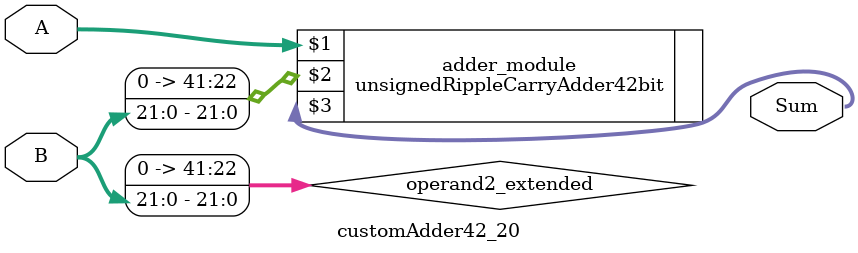
<source format=v>
module customAdder42_20(
                        input [41 : 0] A,
                        input [21 : 0] B,
                        
                        output [42 : 0] Sum
                );

        wire [41 : 0] operand2_extended;
        
        assign operand2_extended =  {20'b0, B};
        
        unsignedRippleCarryAdder42bit adder_module(
            A,
            operand2_extended,
            Sum
        );
        
        endmodule
        
</source>
